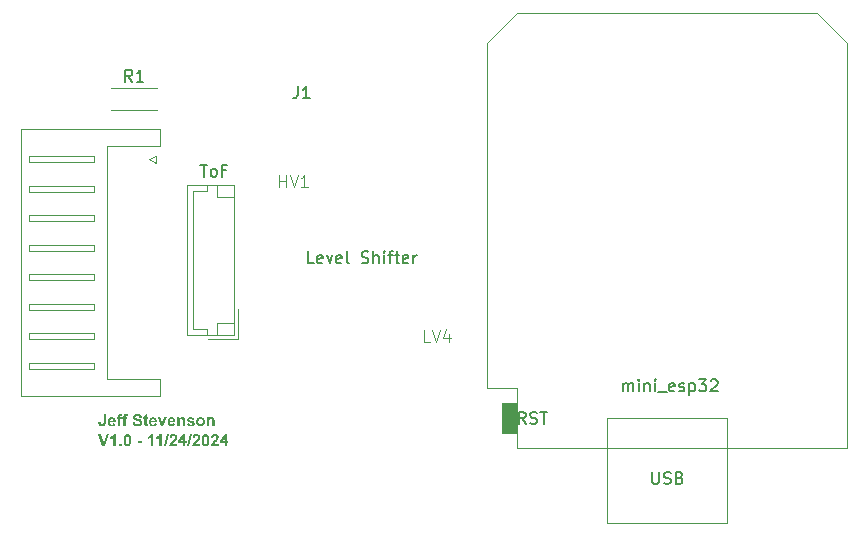
<source format=gbr>
%TF.GenerationSoftware,KiCad,Pcbnew,8.0.6*%
%TF.CreationDate,2024-11-24T10:07:13-07:00*%
%TF.ProjectId,Pellet Stove PCB,50656c6c-6574-4205-9374-6f7665205043,rev?*%
%TF.SameCoordinates,Original*%
%TF.FileFunction,Legend,Top*%
%TF.FilePolarity,Positive*%
%FSLAX46Y46*%
G04 Gerber Fmt 4.6, Leading zero omitted, Abs format (unit mm)*
G04 Created by KiCad (PCBNEW 8.0.6) date 2024-11-24 10:07:13*
%MOMM*%
%LPD*%
G01*
G04 APERTURE LIST*
%ADD10C,0.250000*%
%ADD11C,0.150000*%
%ADD12C,0.100000*%
%ADD13C,0.120000*%
G04 APERTURE END LIST*
D10*
G36*
X99585771Y-124843949D02*
G01*
X99788492Y-124843949D01*
X99788492Y-125486064D01*
X99787440Y-125538408D01*
X99783662Y-125591390D01*
X99776127Y-125642272D01*
X99766510Y-125679748D01*
X99746080Y-125726857D01*
X99718039Y-125768440D01*
X99682385Y-125804497D01*
X99659288Y-125822142D01*
X99611696Y-125847998D01*
X99562840Y-125863878D01*
X99507817Y-125873072D01*
X99454612Y-125875631D01*
X99401071Y-125872703D01*
X99352374Y-125863919D01*
X99301680Y-125846269D01*
X99257579Y-125820649D01*
X99225024Y-125792344D01*
X99193678Y-125752071D01*
X99169953Y-125704341D01*
X99155682Y-125657495D01*
X99147009Y-125605171D01*
X99143935Y-125547369D01*
X99335666Y-125531737D01*
X99340210Y-125583839D01*
X99352338Y-125633286D01*
X99361067Y-125650928D01*
X99396510Y-125686992D01*
X99445136Y-125702860D01*
X99461451Y-125703684D01*
X99510049Y-125697235D01*
X99551822Y-125671589D01*
X99557438Y-125664605D01*
X99575782Y-125618748D01*
X99583529Y-125564547D01*
X99585743Y-125509337D01*
X99585771Y-125501695D01*
X99585771Y-124843949D01*
G37*
G36*
X100327112Y-125112315D02*
G01*
X100381678Y-125122413D01*
X100431417Y-125140084D01*
X100476331Y-125165329D01*
X100516420Y-125198147D01*
X100534654Y-125217397D01*
X100566548Y-125261815D01*
X100591521Y-125314288D01*
X100607045Y-125364169D01*
X100617762Y-125419642D01*
X100623674Y-125480709D01*
X100624943Y-125533589D01*
X100624780Y-125547369D01*
X100141179Y-125547369D01*
X100146574Y-125599070D01*
X100162151Y-125647015D01*
X100187829Y-125685610D01*
X100227773Y-125717554D01*
X100274972Y-125733213D01*
X100299204Y-125734947D01*
X100347781Y-125727112D01*
X100375163Y-125712721D01*
X100408022Y-125674348D01*
X100422058Y-125641158D01*
X100614521Y-125672421D01*
X100593272Y-125719163D01*
X100562944Y-125764668D01*
X100525816Y-125802677D01*
X100497285Y-125823852D01*
X100449172Y-125848882D01*
X100401052Y-125864254D01*
X100347895Y-125873153D01*
X100297250Y-125875631D01*
X100240137Y-125872584D01*
X100187865Y-125863443D01*
X100140436Y-125848207D01*
X100089912Y-125821881D01*
X100046361Y-125786778D01*
X100015394Y-125750823D01*
X99987319Y-125704511D01*
X99966140Y-125653196D01*
X99953474Y-125605231D01*
X99945875Y-125553591D01*
X99943342Y-125498276D01*
X99945656Y-125443269D01*
X99948500Y-125422316D01*
X100144598Y-125422316D01*
X100433049Y-125422316D01*
X100427988Y-125373611D01*
X100411776Y-125325617D01*
X100389818Y-125294333D01*
X100350288Y-125264280D01*
X100300360Y-125250756D01*
X100289434Y-125250369D01*
X100238457Y-125259205D01*
X100195801Y-125285712D01*
X100185143Y-125296531D01*
X100158538Y-125339678D01*
X100146288Y-125389166D01*
X100144598Y-125422316D01*
X99948500Y-125422316D01*
X99952597Y-125392126D01*
X99967034Y-125335854D01*
X99988134Y-125285147D01*
X100015898Y-125240004D01*
X100038108Y-125213000D01*
X100075415Y-125177889D01*
X100116258Y-125150043D01*
X100160640Y-125129461D01*
X100208559Y-125116143D01*
X100260016Y-125110089D01*
X100277955Y-125109685D01*
X100327112Y-125112315D01*
G37*
G36*
X100693900Y-125125317D02*
G01*
X100800879Y-125125317D01*
X100800879Y-125069874D01*
X100802787Y-125016470D01*
X100810114Y-124964537D01*
X100820418Y-124931388D01*
X100848201Y-124889989D01*
X100889220Y-124858941D01*
X100892470Y-124857138D01*
X100939889Y-124838478D01*
X100991747Y-124829697D01*
X101025582Y-124828318D01*
X101076716Y-124830607D01*
X101127229Y-124837477D01*
X101177122Y-124848926D01*
X101187027Y-124851765D01*
X101160893Y-124979993D01*
X101110240Y-124971105D01*
X101072233Y-124969002D01*
X101024308Y-124979853D01*
X101012149Y-124990006D01*
X100995840Y-125036908D01*
X100994075Y-125070362D01*
X100994075Y-125125317D01*
X101138178Y-125125317D01*
X101138178Y-125266001D01*
X100994075Y-125266001D01*
X100994075Y-125860000D01*
X100800879Y-125860000D01*
X100800879Y-125266001D01*
X100693900Y-125266001D01*
X100693900Y-125125317D01*
G37*
G36*
X101159916Y-125125317D02*
G01*
X101266894Y-125125317D01*
X101266894Y-125069874D01*
X101268802Y-125016470D01*
X101276130Y-124964537D01*
X101286434Y-124931388D01*
X101314216Y-124889989D01*
X101355235Y-124858941D01*
X101358485Y-124857138D01*
X101405905Y-124838478D01*
X101457763Y-124829697D01*
X101491598Y-124828318D01*
X101542731Y-124830607D01*
X101593245Y-124837477D01*
X101643138Y-124848926D01*
X101653042Y-124851765D01*
X101626908Y-124979993D01*
X101576255Y-124971105D01*
X101538248Y-124969002D01*
X101490323Y-124979853D01*
X101478164Y-124990006D01*
X101461855Y-125036908D01*
X101460090Y-125070362D01*
X101460090Y-125125317D01*
X101604193Y-125125317D01*
X101604193Y-125266001D01*
X101460090Y-125266001D01*
X101460090Y-125860000D01*
X101266894Y-125860000D01*
X101266894Y-125266001D01*
X101159916Y-125266001D01*
X101159916Y-125125317D01*
G37*
G36*
X102048960Y-125531737D02*
G01*
X102246796Y-125516106D01*
X102259724Y-125566453D01*
X102280885Y-125612879D01*
X102312427Y-125652376D01*
X102319092Y-125658255D01*
X102361208Y-125684119D01*
X102412328Y-125699248D01*
X102466615Y-125703684D01*
X102518019Y-125700458D01*
X102566162Y-125689305D01*
X102611465Y-125665405D01*
X102614626Y-125662896D01*
X102648687Y-125624374D01*
X102664014Y-125577290D01*
X102664452Y-125567152D01*
X102651631Y-125518608D01*
X102643447Y-125507313D01*
X102602519Y-125477670D01*
X102570418Y-125464326D01*
X102521565Y-125449380D01*
X102471743Y-125435722D01*
X102423028Y-125422910D01*
X102407508Y-125418897D01*
X102358825Y-125405404D01*
X102306687Y-125388047D01*
X102261401Y-125369420D01*
X102217228Y-125346082D01*
X102178164Y-125317292D01*
X102142000Y-125278769D01*
X102114718Y-125236716D01*
X102096319Y-125191133D01*
X102086802Y-125142021D01*
X102085352Y-125112372D01*
X102090489Y-125060158D01*
X102105901Y-125010310D01*
X102128827Y-124967048D01*
X102159897Y-124927783D01*
X102198455Y-124894862D01*
X102244504Y-124868287D01*
X102254612Y-124863733D01*
X102303578Y-124846613D01*
X102351579Y-124836099D01*
X102403794Y-124830012D01*
X102452937Y-124828318D01*
X102509877Y-124830399D01*
X102562236Y-124836642D01*
X102610016Y-124847047D01*
X102661307Y-124865028D01*
X102706004Y-124889002D01*
X102738213Y-124913558D01*
X102775848Y-124953574D01*
X102804764Y-124999037D01*
X102824962Y-125049945D01*
X102835335Y-125097916D01*
X102839085Y-125140949D01*
X102635631Y-125140949D01*
X102621698Y-125090654D01*
X102594763Y-125046996D01*
X102579699Y-125033237D01*
X102533858Y-125010697D01*
X102481468Y-125001424D01*
X102450739Y-125000265D01*
X102399200Y-125003747D01*
X102351102Y-125015622D01*
X102312009Y-125035924D01*
X102282319Y-125077003D01*
X102279769Y-125097473D01*
X102296805Y-125144231D01*
X102310055Y-125157313D01*
X102354305Y-125181779D01*
X102401017Y-125198815D01*
X102453184Y-125214197D01*
X102496901Y-125225457D01*
X102549867Y-125239064D01*
X102597388Y-125252774D01*
X102645949Y-125268899D01*
X102692374Y-125287500D01*
X102716475Y-125299218D01*
X102757868Y-125325422D01*
X102796402Y-125360472D01*
X102827606Y-125402044D01*
X102850550Y-125450486D01*
X102863144Y-125500784D01*
X102867749Y-125551152D01*
X102867906Y-125563000D01*
X102863207Y-125616271D01*
X102849111Y-125667395D01*
X102825617Y-125716372D01*
X102819790Y-125725910D01*
X102789576Y-125765546D01*
X102753063Y-125799000D01*
X102710252Y-125826271D01*
X102683747Y-125838750D01*
X102637081Y-125854886D01*
X102585012Y-125866411D01*
X102535018Y-125872714D01*
X102480887Y-125875487D01*
X102464661Y-125875631D01*
X102407139Y-125873490D01*
X102353946Y-125867068D01*
X102305082Y-125856365D01*
X102252159Y-125837869D01*
X102205470Y-125813208D01*
X102171325Y-125787948D01*
X102135842Y-125752150D01*
X102106147Y-125710702D01*
X102082239Y-125663604D01*
X102064118Y-125610857D01*
X102053438Y-125562584D01*
X102048960Y-125531737D01*
G37*
G36*
X103366650Y-125125317D02*
G01*
X103366650Y-125266001D01*
X103234759Y-125266001D01*
X103234759Y-125584982D01*
X103235117Y-125637690D01*
X103236995Y-125687145D01*
X103238422Y-125698066D01*
X103255764Y-125724689D01*
X103288248Y-125734947D01*
X103336503Y-125726174D01*
X103365917Y-125716385D01*
X103382526Y-125850230D01*
X103334103Y-125864692D01*
X103281524Y-125873150D01*
X103230118Y-125875631D01*
X103180415Y-125871113D01*
X103135840Y-125857557D01*
X103092220Y-125830862D01*
X103074291Y-125810907D01*
X103053800Y-125764670D01*
X103047180Y-125733482D01*
X103042601Y-125681153D01*
X103041289Y-125630525D01*
X103041074Y-125593531D01*
X103041074Y-125266001D01*
X102952414Y-125266001D01*
X102952414Y-125125317D01*
X103041074Y-125125317D01*
X103041074Y-124984633D01*
X103234759Y-124875212D01*
X103234759Y-125125317D01*
X103366650Y-125125317D01*
G37*
G36*
X103825647Y-125112315D02*
G01*
X103880212Y-125122413D01*
X103929952Y-125140084D01*
X103974866Y-125165329D01*
X104014954Y-125198147D01*
X104033189Y-125217397D01*
X104065082Y-125261815D01*
X104090055Y-125314288D01*
X104105579Y-125364169D01*
X104116297Y-125419642D01*
X104122209Y-125480709D01*
X104123478Y-125533589D01*
X104123314Y-125547369D01*
X103639713Y-125547369D01*
X103645109Y-125599070D01*
X103660686Y-125647015D01*
X103686364Y-125685610D01*
X103726307Y-125717554D01*
X103773507Y-125733213D01*
X103797739Y-125734947D01*
X103846315Y-125727112D01*
X103873698Y-125712721D01*
X103906556Y-125674348D01*
X103920593Y-125641158D01*
X104113056Y-125672421D01*
X104091807Y-125719163D01*
X104061479Y-125764668D01*
X104024350Y-125802677D01*
X103995819Y-125823852D01*
X103947706Y-125848882D01*
X103899587Y-125864254D01*
X103846429Y-125873153D01*
X103795785Y-125875631D01*
X103738671Y-125872584D01*
X103686400Y-125863443D01*
X103638971Y-125848207D01*
X103588447Y-125821881D01*
X103544895Y-125786778D01*
X103513928Y-125750823D01*
X103485854Y-125704511D01*
X103464674Y-125653196D01*
X103452009Y-125605231D01*
X103444410Y-125553591D01*
X103441877Y-125498276D01*
X103444190Y-125443269D01*
X103447034Y-125422316D01*
X103643133Y-125422316D01*
X103931584Y-125422316D01*
X103926522Y-125373611D01*
X103910311Y-125325617D01*
X103888353Y-125294333D01*
X103848822Y-125264280D01*
X103798895Y-125250756D01*
X103787969Y-125250369D01*
X103736992Y-125259205D01*
X103694336Y-125285712D01*
X103683677Y-125296531D01*
X103657073Y-125339678D01*
X103644822Y-125389166D01*
X103643133Y-125422316D01*
X103447034Y-125422316D01*
X103451131Y-125392126D01*
X103465568Y-125335854D01*
X103486669Y-125285147D01*
X103514432Y-125240004D01*
X103536643Y-125213000D01*
X103573949Y-125177889D01*
X103614793Y-125150043D01*
X103659175Y-125129461D01*
X103707094Y-125116143D01*
X103758551Y-125110089D01*
X103776489Y-125109685D01*
X103825647Y-125112315D01*
G37*
G36*
X104477466Y-125860000D02*
G01*
X104183398Y-125125317D01*
X104386120Y-125125317D01*
X104523384Y-125500230D01*
X104563196Y-125625526D01*
X104578461Y-125578586D01*
X104583224Y-125562512D01*
X104598336Y-125515846D01*
X104603740Y-125500230D01*
X104742470Y-125125317D01*
X104941039Y-125125317D01*
X104651123Y-125860000D01*
X104477466Y-125860000D01*
G37*
G36*
X105382939Y-125112315D02*
G01*
X105437505Y-125122413D01*
X105487244Y-125140084D01*
X105532158Y-125165329D01*
X105572247Y-125198147D01*
X105590481Y-125217397D01*
X105622375Y-125261815D01*
X105647348Y-125314288D01*
X105662872Y-125364169D01*
X105673589Y-125419642D01*
X105679501Y-125480709D01*
X105680770Y-125533589D01*
X105680607Y-125547369D01*
X105197006Y-125547369D01*
X105202401Y-125599070D01*
X105217978Y-125647015D01*
X105243656Y-125685610D01*
X105283600Y-125717554D01*
X105330799Y-125733213D01*
X105355031Y-125734947D01*
X105403608Y-125727112D01*
X105430990Y-125712721D01*
X105463849Y-125674348D01*
X105477885Y-125641158D01*
X105670348Y-125672421D01*
X105649099Y-125719163D01*
X105618771Y-125764668D01*
X105581642Y-125802677D01*
X105553112Y-125823852D01*
X105504999Y-125848882D01*
X105456879Y-125864254D01*
X105403722Y-125873153D01*
X105353077Y-125875631D01*
X105295964Y-125872584D01*
X105243692Y-125863443D01*
X105196263Y-125848207D01*
X105145739Y-125821881D01*
X105102188Y-125786778D01*
X105071221Y-125750823D01*
X105043146Y-125704511D01*
X105021967Y-125653196D01*
X105009301Y-125605231D01*
X105001702Y-125553591D01*
X104999169Y-125498276D01*
X105001483Y-125443269D01*
X105004327Y-125422316D01*
X105200425Y-125422316D01*
X105488876Y-125422316D01*
X105483815Y-125373611D01*
X105467603Y-125325617D01*
X105445645Y-125294333D01*
X105406115Y-125264280D01*
X105356187Y-125250756D01*
X105345261Y-125250369D01*
X105294284Y-125259205D01*
X105251628Y-125285712D01*
X105240969Y-125296531D01*
X105214365Y-125339678D01*
X105202115Y-125389166D01*
X105200425Y-125422316D01*
X105004327Y-125422316D01*
X105008424Y-125392126D01*
X105022861Y-125335854D01*
X105043961Y-125285147D01*
X105071724Y-125240004D01*
X105093935Y-125213000D01*
X105131241Y-125177889D01*
X105172085Y-125150043D01*
X105216467Y-125129461D01*
X105264386Y-125116143D01*
X105315843Y-125110089D01*
X105333782Y-125109685D01*
X105382939Y-125112315D01*
G37*
G36*
X106497599Y-125860000D02*
G01*
X106304647Y-125860000D01*
X106304647Y-125480690D01*
X106303869Y-125425797D01*
X106301132Y-125376741D01*
X106292957Y-125327160D01*
X106292191Y-125324863D01*
X106266560Y-125282156D01*
X106252135Y-125269909D01*
X106206305Y-125251915D01*
X106185212Y-125250369D01*
X106134718Y-125258297D01*
X106095087Y-125278457D01*
X106059818Y-125313280D01*
X106040376Y-125352707D01*
X106030888Y-125403153D01*
X106027153Y-125453237D01*
X106025779Y-125508169D01*
X106025722Y-125523433D01*
X106025722Y-125860000D01*
X105832770Y-125860000D01*
X105832770Y-125125317D01*
X106012044Y-125125317D01*
X106012044Y-125232540D01*
X106049591Y-125190788D01*
X106090606Y-125157675D01*
X106135091Y-125133201D01*
X106183045Y-125117364D01*
X106234467Y-125110165D01*
X106252379Y-125109685D01*
X106302518Y-125113515D01*
X106352367Y-125126204D01*
X106369127Y-125132889D01*
X106413127Y-125157432D01*
X106449239Y-125191995D01*
X106474484Y-125235478D01*
X106486852Y-125273572D01*
X106494566Y-125324856D01*
X106497337Y-125378403D01*
X106497599Y-125403998D01*
X106497599Y-125860000D01*
G37*
G36*
X106620942Y-125656789D02*
G01*
X106814626Y-125625526D01*
X106833372Y-125672787D01*
X106864696Y-125707103D01*
X106910125Y-125727986D01*
X106962298Y-125734838D01*
X106970697Y-125734947D01*
X107021565Y-125731066D01*
X107070562Y-125715299D01*
X107083293Y-125707348D01*
X107108298Y-125663724D01*
X107108695Y-125655812D01*
X107095017Y-125619420D01*
X107047898Y-125598484D01*
X107030293Y-125594019D01*
X106974590Y-125581273D01*
X106924230Y-125568801D01*
X106868794Y-125553598D01*
X106821705Y-125538824D01*
X106769807Y-125518862D01*
X106734270Y-125499741D01*
X106696443Y-125467165D01*
X106666806Y-125423584D01*
X106650848Y-125372661D01*
X106647808Y-125334633D01*
X106653720Y-125283467D01*
X106671456Y-125237132D01*
X106701016Y-125195626D01*
X106722547Y-125174654D01*
X106765182Y-125146230D01*
X106810928Y-125128021D01*
X106864552Y-125116030D01*
X106916785Y-125110701D01*
X106954822Y-125109685D01*
X107008262Y-125111489D01*
X107063772Y-125118150D01*
X107111919Y-125129721D01*
X107157929Y-125148955D01*
X107177327Y-125160976D01*
X107214793Y-125193730D01*
X107245033Y-125234289D01*
X107268047Y-125282654D01*
X107277711Y-125312896D01*
X107095505Y-125344159D01*
X107074179Y-125297703D01*
X107051053Y-125274549D01*
X107005698Y-125254998D01*
X106958241Y-125250369D01*
X106907167Y-125253358D01*
X106857983Y-125266638D01*
X106849064Y-125271618D01*
X106827083Y-125310942D01*
X106846378Y-125345868D01*
X106893742Y-125365790D01*
X106942804Y-125379903D01*
X106998857Y-125393879D01*
X107026629Y-125400334D01*
X107081160Y-125413999D01*
X107129165Y-125428796D01*
X107176923Y-125447493D01*
X107220627Y-125470749D01*
X107242051Y-125486308D01*
X107276398Y-125526587D01*
X107296488Y-125576563D01*
X107302379Y-125630411D01*
X107295752Y-125684675D01*
X107275872Y-125734533D01*
X107247074Y-125775154D01*
X107218604Y-125803335D01*
X107178107Y-125831505D01*
X107129920Y-125852756D01*
X107082496Y-125865464D01*
X107029422Y-125873089D01*
X106970697Y-125875631D01*
X106916925Y-125873562D01*
X106867531Y-125867353D01*
X106815441Y-125854880D01*
X106769311Y-125836773D01*
X106734515Y-125816769D01*
X106694901Y-125784696D01*
X106662768Y-125747342D01*
X106638115Y-125704707D01*
X106620942Y-125656789D01*
G37*
G36*
X107848969Y-125112321D02*
G01*
X107905457Y-125122442D01*
X107957739Y-125140153D01*
X108005813Y-125165455D01*
X108049679Y-125198348D01*
X108070034Y-125217641D01*
X108105975Y-125260133D01*
X108134480Y-125306644D01*
X108155549Y-125357174D01*
X108169182Y-125411722D01*
X108174862Y-125460249D01*
X108175792Y-125490704D01*
X108173180Y-125541223D01*
X108163151Y-125598192D01*
X108145599Y-125651178D01*
X108120526Y-125700179D01*
X108087931Y-125745196D01*
X108068813Y-125766210D01*
X108026847Y-125803396D01*
X107981000Y-125832889D01*
X107931272Y-125854687D01*
X107877663Y-125868792D01*
X107820172Y-125875204D01*
X107800146Y-125875631D01*
X107750534Y-125872792D01*
X107702083Y-125864274D01*
X107654791Y-125850077D01*
X107608660Y-125830202D01*
X107565948Y-125804724D01*
X107524393Y-125769749D01*
X107489715Y-125728088D01*
X107470418Y-125696601D01*
X107449688Y-125650241D01*
X107434881Y-125599087D01*
X107426783Y-125550396D01*
X107423220Y-125498034D01*
X107423156Y-125492658D01*
X107620872Y-125492658D01*
X107624093Y-125547964D01*
X107633756Y-125596400D01*
X107652326Y-125642680D01*
X107672407Y-125672665D01*
X107710666Y-125708125D01*
X107758854Y-125730021D01*
X107799413Y-125734947D01*
X107848414Y-125727588D01*
X107895285Y-125702772D01*
X107925931Y-125672665D01*
X107952979Y-125628077D01*
X107968757Y-125578525D01*
X107975970Y-125526986D01*
X107977222Y-125491193D01*
X107974016Y-125436543D01*
X107964399Y-125388611D01*
X107945917Y-125342715D01*
X107925931Y-125312896D01*
X107887950Y-125277297D01*
X107839934Y-125255315D01*
X107799413Y-125250369D01*
X107750355Y-125257758D01*
X107703289Y-125282670D01*
X107672407Y-125312896D01*
X107645230Y-125357212D01*
X107629377Y-125406315D01*
X107622130Y-125457293D01*
X107620872Y-125492658D01*
X107423156Y-125492658D01*
X107423035Y-125482400D01*
X107426783Y-125428497D01*
X107438027Y-125375599D01*
X107454315Y-125329422D01*
X107470418Y-125295310D01*
X107496583Y-125252797D01*
X107531930Y-125211355D01*
X107573536Y-125176676D01*
X107604752Y-125157313D01*
X107649479Y-125136476D01*
X107696709Y-125121592D01*
X107746443Y-125112662D01*
X107798681Y-125109685D01*
X107848969Y-125112321D01*
G37*
G36*
X108985945Y-125860000D02*
G01*
X108792993Y-125860000D01*
X108792993Y-125480690D01*
X108792215Y-125425797D01*
X108789478Y-125376741D01*
X108781303Y-125327160D01*
X108780537Y-125324863D01*
X108754907Y-125282156D01*
X108740481Y-125269909D01*
X108694652Y-125251915D01*
X108673558Y-125250369D01*
X108623064Y-125258297D01*
X108583433Y-125278457D01*
X108548164Y-125313280D01*
X108528722Y-125352707D01*
X108519234Y-125403153D01*
X108515499Y-125453237D01*
X108514125Y-125508169D01*
X108514068Y-125523433D01*
X108514068Y-125860000D01*
X108321116Y-125860000D01*
X108321116Y-125125317D01*
X108500390Y-125125317D01*
X108500390Y-125232540D01*
X108537937Y-125190788D01*
X108578953Y-125157675D01*
X108623437Y-125133201D01*
X108671391Y-125117364D01*
X108722813Y-125110165D01*
X108740725Y-125109685D01*
X108790864Y-125113515D01*
X108840713Y-125126204D01*
X108857473Y-125132889D01*
X108901473Y-125157432D01*
X108937585Y-125191995D01*
X108962830Y-125235478D01*
X108975198Y-125273572D01*
X108982912Y-125324856D01*
X108985683Y-125378403D01*
X108985945Y-125403998D01*
X108985945Y-125860000D01*
G37*
G36*
X99479281Y-127540000D02*
G01*
X99119267Y-126523949D01*
X99339818Y-126523949D01*
X99594563Y-127274263D01*
X99841249Y-126523949D01*
X100056915Y-126523949D01*
X99696413Y-127540000D01*
X99479281Y-127540000D01*
G37*
G36*
X100606706Y-127540000D02*
G01*
X100413754Y-127540000D01*
X100413754Y-126804829D01*
X100372764Y-126842638D01*
X100329112Y-126876567D01*
X100282799Y-126906615D01*
X100233823Y-126932781D01*
X100182186Y-126955067D01*
X100164382Y-126961632D01*
X100164382Y-126774054D01*
X100212839Y-126754696D01*
X100258653Y-126730013D01*
X100301129Y-126702299D01*
X100328513Y-126682219D01*
X100369363Y-126646864D01*
X100403251Y-126608702D01*
X100430179Y-126567730D01*
X100450146Y-126523949D01*
X100606706Y-126523949D01*
X100606706Y-127540000D01*
G37*
G36*
X100932526Y-127540000D02*
G01*
X100932526Y-127352421D01*
X101125722Y-127352421D01*
X101125722Y-127540000D01*
X100932526Y-127540000D01*
G37*
G36*
X101659175Y-126527633D02*
G01*
X101707249Y-126538684D01*
X101757692Y-126560888D01*
X101802057Y-126593121D01*
X101835247Y-126628729D01*
X101863533Y-126671486D01*
X101887025Y-126722210D01*
X101905722Y-126780899D01*
X101917228Y-126833587D01*
X101925666Y-126891374D01*
X101931036Y-126954258D01*
X101933049Y-127004768D01*
X101933433Y-127040034D01*
X101932563Y-127092382D01*
X101929955Y-127141895D01*
X101923773Y-127203505D01*
X101914499Y-127260078D01*
X101902134Y-127311613D01*
X101886678Y-127358111D01*
X101863011Y-127409149D01*
X101834515Y-127452316D01*
X101795644Y-127492573D01*
X101750626Y-127522942D01*
X101699460Y-127543423D01*
X101650711Y-127553109D01*
X101606636Y-127555631D01*
X101553499Y-127551647D01*
X101504363Y-127539694D01*
X101459229Y-127519773D01*
X101418096Y-127491884D01*
X101380964Y-127456026D01*
X101369476Y-127442302D01*
X101338931Y-127393562D01*
X101318303Y-127343407D01*
X101302065Y-127284583D01*
X101292234Y-127231280D01*
X101285212Y-127172429D01*
X101280999Y-127108029D01*
X101279683Y-127056088D01*
X101279605Y-127040034D01*
X101481584Y-127040034D01*
X101482019Y-127091214D01*
X101483690Y-127145688D01*
X101487225Y-127199669D01*
X101493354Y-127248739D01*
X101499413Y-127276706D01*
X101516791Y-127324731D01*
X101544354Y-127362435D01*
X101589646Y-127382356D01*
X101606636Y-127383684D01*
X101654904Y-127371457D01*
X101669162Y-127361946D01*
X101698700Y-127321417D01*
X101711660Y-127284277D01*
X101721342Y-127235827D01*
X101726681Y-127187191D01*
X101729732Y-127137875D01*
X101731375Y-127081518D01*
X101731688Y-127040034D01*
X101731253Y-126988931D01*
X101729581Y-126934548D01*
X101726047Y-126880675D01*
X101719918Y-126831727D01*
X101713859Y-126803852D01*
X101696434Y-126755613D01*
X101668674Y-126717634D01*
X101623611Y-126697255D01*
X101606636Y-126695896D01*
X101558367Y-126708124D01*
X101544110Y-126717634D01*
X101514572Y-126758163D01*
X101501612Y-126795303D01*
X101491930Y-126844088D01*
X101486591Y-126892878D01*
X101483539Y-126942251D01*
X101481897Y-126998597D01*
X101481584Y-127040034D01*
X101279605Y-127040034D01*
X101279595Y-127038080D01*
X101280464Y-126985995D01*
X101283072Y-126936718D01*
X101289255Y-126875382D01*
X101298528Y-126819039D01*
X101310893Y-126767686D01*
X101326349Y-126721326D01*
X101350016Y-126670395D01*
X101378513Y-126627264D01*
X101417395Y-126587008D01*
X101462449Y-126556639D01*
X101513673Y-126536157D01*
X101562491Y-126526472D01*
X101606636Y-126523949D01*
X101659175Y-126527633D01*
G37*
G36*
X102467103Y-127274263D02*
G01*
X102467103Y-127102316D01*
X102846168Y-127102316D01*
X102846168Y-127274263D01*
X102467103Y-127274263D01*
G37*
G36*
X103796517Y-127540000D02*
G01*
X103603565Y-127540000D01*
X103603565Y-126804829D01*
X103562576Y-126842638D01*
X103518924Y-126876567D01*
X103472610Y-126906615D01*
X103423635Y-126932781D01*
X103371997Y-126955067D01*
X103354193Y-126961632D01*
X103354193Y-126774054D01*
X103402651Y-126754696D01*
X103448465Y-126730013D01*
X103490940Y-126702299D01*
X103518325Y-126682219D01*
X103559174Y-126646864D01*
X103593063Y-126608702D01*
X103619991Y-126567730D01*
X103639958Y-126523949D01*
X103796517Y-126523949D01*
X103796517Y-127540000D01*
G37*
G36*
X104497983Y-127540000D02*
G01*
X104305031Y-127540000D01*
X104305031Y-126804829D01*
X104264041Y-126842638D01*
X104220389Y-126876567D01*
X104174076Y-126906615D01*
X104125100Y-126932781D01*
X104073463Y-126955067D01*
X104055659Y-126961632D01*
X104055659Y-126774054D01*
X104104116Y-126754696D01*
X104149930Y-126730013D01*
X104192406Y-126702299D01*
X104219790Y-126682219D01*
X104260640Y-126646864D01*
X104294528Y-126608702D01*
X104321456Y-126567730D01*
X104341423Y-126523949D01*
X104497983Y-126523949D01*
X104497983Y-127540000D01*
G37*
G36*
X104720976Y-127540000D02*
G01*
X104970348Y-126523949D01*
X105115184Y-126523949D01*
X104863126Y-127540000D01*
X104720976Y-127540000D01*
G37*
G36*
X105823489Y-127352421D02*
G01*
X105823489Y-127540000D01*
X105146692Y-127540000D01*
X105154935Y-127490235D01*
X105168674Y-127441814D01*
X105187908Y-127394736D01*
X105212637Y-127349002D01*
X105241811Y-127306648D01*
X105274984Y-127265861D01*
X105308387Y-127228711D01*
X105347026Y-127188686D01*
X105390900Y-127145788D01*
X105429769Y-127109399D01*
X105468135Y-127073597D01*
X105507656Y-127035655D01*
X105544779Y-126998314D01*
X105578288Y-126961260D01*
X105589993Y-126946001D01*
X105614253Y-126901694D01*
X105627899Y-126854159D01*
X105629804Y-126828764D01*
X105623166Y-126778428D01*
X105599321Y-126734755D01*
X105595122Y-126730334D01*
X105550827Y-126703463D01*
X105499378Y-126695896D01*
X105448066Y-126703839D01*
X105405400Y-126729820D01*
X105403147Y-126732044D01*
X105376317Y-126776452D01*
X105364359Y-126827124D01*
X105361870Y-126852212D01*
X105169406Y-126833161D01*
X105176544Y-126783772D01*
X105189848Y-126730535D01*
X105208320Y-126683875D01*
X105236405Y-126637751D01*
X105271526Y-126600580D01*
X105277117Y-126596001D01*
X105319030Y-126567926D01*
X105365267Y-126546747D01*
X105415829Y-126532463D01*
X105470714Y-126525075D01*
X105504019Y-126523949D01*
X105557648Y-126526766D01*
X105606796Y-126535215D01*
X105658469Y-126552192D01*
X105704042Y-126576835D01*
X105738248Y-126604061D01*
X105771462Y-126640885D01*
X105799431Y-126687577D01*
X105816746Y-126739185D01*
X105823156Y-126788374D01*
X105823489Y-126803119D01*
X105820054Y-126852967D01*
X105809750Y-126901030D01*
X105799064Y-126932079D01*
X105776762Y-126978733D01*
X105749318Y-127023008D01*
X105721884Y-127060307D01*
X105687606Y-127099141D01*
X105651529Y-127135480D01*
X105612000Y-127172971D01*
X105595366Y-127188290D01*
X105558604Y-127222063D01*
X105520750Y-127257655D01*
X105484762Y-127293512D01*
X105479595Y-127299176D01*
X105449280Y-127337742D01*
X105440027Y-127352421D01*
X105823489Y-127352421D01*
G37*
G36*
X106515429Y-127164842D02*
G01*
X106640481Y-127164842D01*
X106640481Y-127336789D01*
X106515429Y-127336789D01*
X106515429Y-127540000D01*
X106328583Y-127540000D01*
X106328583Y-127336789D01*
X105916545Y-127336789D01*
X105916545Y-127165575D01*
X105917057Y-127164842D01*
X106097285Y-127164842D01*
X106328583Y-127164842D01*
X106328583Y-126833649D01*
X106097285Y-127164842D01*
X105917057Y-127164842D01*
X106353496Y-126539581D01*
X106515429Y-126539581D01*
X106515429Y-127164842D01*
G37*
G36*
X106667103Y-127540000D02*
G01*
X106916475Y-126523949D01*
X107061311Y-126523949D01*
X106809253Y-127540000D01*
X106667103Y-127540000D01*
G37*
G36*
X107769616Y-127352421D02*
G01*
X107769616Y-127540000D01*
X107092819Y-127540000D01*
X107101062Y-127490235D01*
X107114801Y-127441814D01*
X107134035Y-127394736D01*
X107158764Y-127349002D01*
X107187938Y-127306648D01*
X107221111Y-127265861D01*
X107254514Y-127228711D01*
X107293153Y-127188686D01*
X107337027Y-127145788D01*
X107375896Y-127109399D01*
X107414262Y-127073597D01*
X107453783Y-127035655D01*
X107490906Y-126998314D01*
X107524415Y-126961260D01*
X107536120Y-126946001D01*
X107560380Y-126901694D01*
X107574026Y-126854159D01*
X107575931Y-126828764D01*
X107569293Y-126778428D01*
X107545448Y-126734755D01*
X107541249Y-126730334D01*
X107496954Y-126703463D01*
X107445505Y-126695896D01*
X107394193Y-126703839D01*
X107351527Y-126729820D01*
X107349274Y-126732044D01*
X107322444Y-126776452D01*
X107310486Y-126827124D01*
X107307997Y-126852212D01*
X107115533Y-126833161D01*
X107122671Y-126783772D01*
X107135975Y-126730535D01*
X107154447Y-126683875D01*
X107182532Y-126637751D01*
X107217653Y-126600580D01*
X107223244Y-126596001D01*
X107265157Y-126567926D01*
X107311394Y-126546747D01*
X107361956Y-126532463D01*
X107416841Y-126525075D01*
X107450146Y-126523949D01*
X107503775Y-126526766D01*
X107552923Y-126535215D01*
X107604596Y-126552192D01*
X107650169Y-126576835D01*
X107684375Y-126604061D01*
X107717589Y-126640885D01*
X107745558Y-126687577D01*
X107762873Y-126739185D01*
X107769283Y-126788374D01*
X107769616Y-126803119D01*
X107766181Y-126852967D01*
X107755877Y-126901030D01*
X107745191Y-126932079D01*
X107722889Y-126978733D01*
X107695445Y-127023008D01*
X107668011Y-127060307D01*
X107633733Y-127099141D01*
X107597656Y-127135480D01*
X107558127Y-127172971D01*
X107541493Y-127188290D01*
X107504731Y-127222063D01*
X107466877Y-127257655D01*
X107430890Y-127293512D01*
X107425722Y-127299176D01*
X107395407Y-127337742D01*
X107386154Y-127352421D01*
X107769616Y-127352421D01*
G37*
G36*
X108275225Y-126527633D02*
G01*
X108323299Y-126538684D01*
X108373742Y-126560888D01*
X108418107Y-126593121D01*
X108451297Y-126628729D01*
X108479583Y-126671486D01*
X108503075Y-126722210D01*
X108521773Y-126780899D01*
X108533279Y-126833587D01*
X108541716Y-126891374D01*
X108547086Y-126954258D01*
X108549100Y-127004768D01*
X108549483Y-127040034D01*
X108548614Y-127092382D01*
X108546006Y-127141895D01*
X108539823Y-127203505D01*
X108530550Y-127260078D01*
X108518185Y-127311613D01*
X108502729Y-127358111D01*
X108479062Y-127409149D01*
X108450565Y-127452316D01*
X108411694Y-127492573D01*
X108366676Y-127522942D01*
X108315510Y-127543423D01*
X108266761Y-127553109D01*
X108222686Y-127555631D01*
X108169549Y-127551647D01*
X108120413Y-127539694D01*
X108075279Y-127519773D01*
X108034146Y-127491884D01*
X107997014Y-127456026D01*
X107985526Y-127442302D01*
X107954981Y-127393562D01*
X107934354Y-127343407D01*
X107918115Y-127284583D01*
X107908285Y-127231280D01*
X107901263Y-127172429D01*
X107897049Y-127108029D01*
X107895733Y-127056088D01*
X107895655Y-127040034D01*
X108097634Y-127040034D01*
X108098069Y-127091214D01*
X108099741Y-127145688D01*
X108103275Y-127199669D01*
X108109404Y-127248739D01*
X108115464Y-127276706D01*
X108132841Y-127324731D01*
X108160404Y-127362435D01*
X108205696Y-127382356D01*
X108222686Y-127383684D01*
X108270955Y-127371457D01*
X108285212Y-127361946D01*
X108314750Y-127321417D01*
X108327711Y-127284277D01*
X108337392Y-127235827D01*
X108342732Y-127187191D01*
X108345783Y-127137875D01*
X108347426Y-127081518D01*
X108347739Y-127040034D01*
X108347303Y-126988931D01*
X108345632Y-126934548D01*
X108342097Y-126880675D01*
X108335968Y-126831727D01*
X108329909Y-126803852D01*
X108312485Y-126755613D01*
X108284724Y-126717634D01*
X108239661Y-126697255D01*
X108222686Y-126695896D01*
X108174418Y-126708124D01*
X108160160Y-126717634D01*
X108130622Y-126758163D01*
X108117662Y-126795303D01*
X108107980Y-126844088D01*
X108102641Y-126892878D01*
X108099590Y-126942251D01*
X108097947Y-126998597D01*
X108097634Y-127040034D01*
X107895655Y-127040034D01*
X107895645Y-127038080D01*
X107896514Y-126985995D01*
X107899123Y-126936718D01*
X107905305Y-126875382D01*
X107914579Y-126819039D01*
X107926943Y-126767686D01*
X107942399Y-126721326D01*
X107966066Y-126670395D01*
X107994563Y-126627264D01*
X108033446Y-126587008D01*
X108078499Y-126556639D01*
X108129723Y-126536157D01*
X108178541Y-126526472D01*
X108222686Y-126523949D01*
X108275225Y-126527633D01*
G37*
G36*
X109326908Y-127352421D02*
G01*
X109326908Y-127540000D01*
X108650111Y-127540000D01*
X108658354Y-127490235D01*
X108672093Y-127441814D01*
X108691327Y-127394736D01*
X108716057Y-127349002D01*
X108745230Y-127306648D01*
X108778403Y-127265861D01*
X108811807Y-127228711D01*
X108850445Y-127188686D01*
X108894320Y-127145788D01*
X108933189Y-127109399D01*
X108971554Y-127073597D01*
X109011076Y-127035655D01*
X109048198Y-126998314D01*
X109081708Y-126961260D01*
X109093412Y-126946001D01*
X109117672Y-126901694D01*
X109131318Y-126854159D01*
X109133224Y-126828764D01*
X109126585Y-126778428D01*
X109102741Y-126734755D01*
X109098541Y-126730334D01*
X109054246Y-126703463D01*
X109002798Y-126695896D01*
X108951485Y-126703839D01*
X108908819Y-126729820D01*
X108906566Y-126732044D01*
X108879736Y-126776452D01*
X108867778Y-126827124D01*
X108865289Y-126852212D01*
X108672826Y-126833161D01*
X108679963Y-126783772D01*
X108693267Y-126730535D01*
X108711740Y-126683875D01*
X108739825Y-126637751D01*
X108774945Y-126600580D01*
X108780537Y-126596001D01*
X108822450Y-126567926D01*
X108868687Y-126546747D01*
X108919248Y-126532463D01*
X108974134Y-126525075D01*
X109007438Y-126523949D01*
X109061068Y-126526766D01*
X109110215Y-126535215D01*
X109161888Y-126552192D01*
X109207461Y-126576835D01*
X109241667Y-126604061D01*
X109274881Y-126640885D01*
X109302851Y-126687577D01*
X109320165Y-126739185D01*
X109326575Y-126788374D01*
X109326908Y-126803119D01*
X109323473Y-126852967D01*
X109313169Y-126901030D01*
X109302484Y-126932079D01*
X109280181Y-126978733D01*
X109252737Y-127023008D01*
X109225303Y-127060307D01*
X109191025Y-127099141D01*
X109154948Y-127135480D01*
X109115419Y-127172971D01*
X109098785Y-127188290D01*
X109062023Y-127222063D01*
X109024169Y-127257655D01*
X108988182Y-127293512D01*
X108983014Y-127299176D01*
X108952699Y-127337742D01*
X108943447Y-127352421D01*
X109326908Y-127352421D01*
G37*
G36*
X110018848Y-127164842D02*
G01*
X110143900Y-127164842D01*
X110143900Y-127336789D01*
X110018848Y-127336789D01*
X110018848Y-127540000D01*
X109832002Y-127540000D01*
X109832002Y-127336789D01*
X109419965Y-127336789D01*
X109419965Y-127165575D01*
X109420477Y-127164842D01*
X109600704Y-127164842D01*
X109832002Y-127164842D01*
X109832002Y-126833649D01*
X109600704Y-127164842D01*
X109420477Y-127164842D01*
X109856915Y-126539581D01*
X110018848Y-126539581D01*
X110018848Y-127164842D01*
G37*
D11*
X117392969Y-112079819D02*
X116916779Y-112079819D01*
X116916779Y-112079819D02*
X116916779Y-111079819D01*
X118107255Y-112032200D02*
X118012017Y-112079819D01*
X118012017Y-112079819D02*
X117821541Y-112079819D01*
X117821541Y-112079819D02*
X117726303Y-112032200D01*
X117726303Y-112032200D02*
X117678684Y-111936961D01*
X117678684Y-111936961D02*
X117678684Y-111556009D01*
X117678684Y-111556009D02*
X117726303Y-111460771D01*
X117726303Y-111460771D02*
X117821541Y-111413152D01*
X117821541Y-111413152D02*
X118012017Y-111413152D01*
X118012017Y-111413152D02*
X118107255Y-111460771D01*
X118107255Y-111460771D02*
X118154874Y-111556009D01*
X118154874Y-111556009D02*
X118154874Y-111651247D01*
X118154874Y-111651247D02*
X117678684Y-111746485D01*
X118488208Y-111413152D02*
X118726303Y-112079819D01*
X118726303Y-112079819D02*
X118964398Y-111413152D01*
X119726303Y-112032200D02*
X119631065Y-112079819D01*
X119631065Y-112079819D02*
X119440589Y-112079819D01*
X119440589Y-112079819D02*
X119345351Y-112032200D01*
X119345351Y-112032200D02*
X119297732Y-111936961D01*
X119297732Y-111936961D02*
X119297732Y-111556009D01*
X119297732Y-111556009D02*
X119345351Y-111460771D01*
X119345351Y-111460771D02*
X119440589Y-111413152D01*
X119440589Y-111413152D02*
X119631065Y-111413152D01*
X119631065Y-111413152D02*
X119726303Y-111460771D01*
X119726303Y-111460771D02*
X119773922Y-111556009D01*
X119773922Y-111556009D02*
X119773922Y-111651247D01*
X119773922Y-111651247D02*
X119297732Y-111746485D01*
X120345351Y-112079819D02*
X120250113Y-112032200D01*
X120250113Y-112032200D02*
X120202494Y-111936961D01*
X120202494Y-111936961D02*
X120202494Y-111079819D01*
X121440590Y-112032200D02*
X121583447Y-112079819D01*
X121583447Y-112079819D02*
X121821542Y-112079819D01*
X121821542Y-112079819D02*
X121916780Y-112032200D01*
X121916780Y-112032200D02*
X121964399Y-111984580D01*
X121964399Y-111984580D02*
X122012018Y-111889342D01*
X122012018Y-111889342D02*
X122012018Y-111794104D01*
X122012018Y-111794104D02*
X121964399Y-111698866D01*
X121964399Y-111698866D02*
X121916780Y-111651247D01*
X121916780Y-111651247D02*
X121821542Y-111603628D01*
X121821542Y-111603628D02*
X121631066Y-111556009D01*
X121631066Y-111556009D02*
X121535828Y-111508390D01*
X121535828Y-111508390D02*
X121488209Y-111460771D01*
X121488209Y-111460771D02*
X121440590Y-111365533D01*
X121440590Y-111365533D02*
X121440590Y-111270295D01*
X121440590Y-111270295D02*
X121488209Y-111175057D01*
X121488209Y-111175057D02*
X121535828Y-111127438D01*
X121535828Y-111127438D02*
X121631066Y-111079819D01*
X121631066Y-111079819D02*
X121869161Y-111079819D01*
X121869161Y-111079819D02*
X122012018Y-111127438D01*
X122440590Y-112079819D02*
X122440590Y-111079819D01*
X122869161Y-112079819D02*
X122869161Y-111556009D01*
X122869161Y-111556009D02*
X122821542Y-111460771D01*
X122821542Y-111460771D02*
X122726304Y-111413152D01*
X122726304Y-111413152D02*
X122583447Y-111413152D01*
X122583447Y-111413152D02*
X122488209Y-111460771D01*
X122488209Y-111460771D02*
X122440590Y-111508390D01*
X123345352Y-112079819D02*
X123345352Y-111413152D01*
X123345352Y-111079819D02*
X123297733Y-111127438D01*
X123297733Y-111127438D02*
X123345352Y-111175057D01*
X123345352Y-111175057D02*
X123392971Y-111127438D01*
X123392971Y-111127438D02*
X123345352Y-111079819D01*
X123345352Y-111079819D02*
X123345352Y-111175057D01*
X123678685Y-111413152D02*
X124059637Y-111413152D01*
X123821542Y-112079819D02*
X123821542Y-111222676D01*
X123821542Y-111222676D02*
X123869161Y-111127438D01*
X123869161Y-111127438D02*
X123964399Y-111079819D01*
X123964399Y-111079819D02*
X124059637Y-111079819D01*
X124250114Y-111413152D02*
X124631066Y-111413152D01*
X124392971Y-111079819D02*
X124392971Y-111936961D01*
X124392971Y-111936961D02*
X124440590Y-112032200D01*
X124440590Y-112032200D02*
X124535828Y-112079819D01*
X124535828Y-112079819D02*
X124631066Y-112079819D01*
X125345352Y-112032200D02*
X125250114Y-112079819D01*
X125250114Y-112079819D02*
X125059638Y-112079819D01*
X125059638Y-112079819D02*
X124964400Y-112032200D01*
X124964400Y-112032200D02*
X124916781Y-111936961D01*
X124916781Y-111936961D02*
X124916781Y-111556009D01*
X124916781Y-111556009D02*
X124964400Y-111460771D01*
X124964400Y-111460771D02*
X125059638Y-111413152D01*
X125059638Y-111413152D02*
X125250114Y-111413152D01*
X125250114Y-111413152D02*
X125345352Y-111460771D01*
X125345352Y-111460771D02*
X125392971Y-111556009D01*
X125392971Y-111556009D02*
X125392971Y-111651247D01*
X125392971Y-111651247D02*
X124916781Y-111746485D01*
X125821543Y-112079819D02*
X125821543Y-111413152D01*
X125821543Y-111603628D02*
X125869162Y-111508390D01*
X125869162Y-111508390D02*
X125916781Y-111460771D01*
X125916781Y-111460771D02*
X126012019Y-111413152D01*
X126012019Y-111413152D02*
X126107257Y-111413152D01*
X116026666Y-97094819D02*
X116026666Y-97809104D01*
X116026666Y-97809104D02*
X115979047Y-97951961D01*
X115979047Y-97951961D02*
X115883809Y-98047200D01*
X115883809Y-98047200D02*
X115740952Y-98094819D01*
X115740952Y-98094819D02*
X115645714Y-98094819D01*
X117026666Y-98094819D02*
X116455238Y-98094819D01*
X116740952Y-98094819D02*
X116740952Y-97094819D01*
X116740952Y-97094819D02*
X116645714Y-97237676D01*
X116645714Y-97237676D02*
X116550476Y-97332914D01*
X116550476Y-97332914D02*
X116455238Y-97380533D01*
X107793333Y-103744819D02*
X108364761Y-103744819D01*
X108079047Y-104744819D02*
X108079047Y-103744819D01*
X108840952Y-104744819D02*
X108745714Y-104697200D01*
X108745714Y-104697200D02*
X108698095Y-104649580D01*
X108698095Y-104649580D02*
X108650476Y-104554342D01*
X108650476Y-104554342D02*
X108650476Y-104268628D01*
X108650476Y-104268628D02*
X108698095Y-104173390D01*
X108698095Y-104173390D02*
X108745714Y-104125771D01*
X108745714Y-104125771D02*
X108840952Y-104078152D01*
X108840952Y-104078152D02*
X108983809Y-104078152D01*
X108983809Y-104078152D02*
X109079047Y-104125771D01*
X109079047Y-104125771D02*
X109126666Y-104173390D01*
X109126666Y-104173390D02*
X109174285Y-104268628D01*
X109174285Y-104268628D02*
X109174285Y-104554342D01*
X109174285Y-104554342D02*
X109126666Y-104649580D01*
X109126666Y-104649580D02*
X109079047Y-104697200D01*
X109079047Y-104697200D02*
X108983809Y-104744819D01*
X108983809Y-104744819D02*
X108840952Y-104744819D01*
X109936190Y-104221009D02*
X109602857Y-104221009D01*
X109602857Y-104744819D02*
X109602857Y-103744819D01*
X109602857Y-103744819D02*
X110079047Y-103744819D01*
X143573810Y-122914819D02*
X143573810Y-122248152D01*
X143573810Y-122343390D02*
X143621429Y-122295771D01*
X143621429Y-122295771D02*
X143716667Y-122248152D01*
X143716667Y-122248152D02*
X143859524Y-122248152D01*
X143859524Y-122248152D02*
X143954762Y-122295771D01*
X143954762Y-122295771D02*
X144002381Y-122391009D01*
X144002381Y-122391009D02*
X144002381Y-122914819D01*
X144002381Y-122391009D02*
X144050000Y-122295771D01*
X144050000Y-122295771D02*
X144145238Y-122248152D01*
X144145238Y-122248152D02*
X144288095Y-122248152D01*
X144288095Y-122248152D02*
X144383334Y-122295771D01*
X144383334Y-122295771D02*
X144430953Y-122391009D01*
X144430953Y-122391009D02*
X144430953Y-122914819D01*
X144907143Y-122914819D02*
X144907143Y-122248152D01*
X144907143Y-121914819D02*
X144859524Y-121962438D01*
X144859524Y-121962438D02*
X144907143Y-122010057D01*
X144907143Y-122010057D02*
X144954762Y-121962438D01*
X144954762Y-121962438D02*
X144907143Y-121914819D01*
X144907143Y-121914819D02*
X144907143Y-122010057D01*
X145383333Y-122248152D02*
X145383333Y-122914819D01*
X145383333Y-122343390D02*
X145430952Y-122295771D01*
X145430952Y-122295771D02*
X145526190Y-122248152D01*
X145526190Y-122248152D02*
X145669047Y-122248152D01*
X145669047Y-122248152D02*
X145764285Y-122295771D01*
X145764285Y-122295771D02*
X145811904Y-122391009D01*
X145811904Y-122391009D02*
X145811904Y-122914819D01*
X146288095Y-122914819D02*
X146288095Y-122248152D01*
X146288095Y-121914819D02*
X146240476Y-121962438D01*
X146240476Y-121962438D02*
X146288095Y-122010057D01*
X146288095Y-122010057D02*
X146335714Y-121962438D01*
X146335714Y-121962438D02*
X146288095Y-121914819D01*
X146288095Y-121914819D02*
X146288095Y-122010057D01*
X146526190Y-123010057D02*
X147288094Y-123010057D01*
X147907142Y-122867200D02*
X147811904Y-122914819D01*
X147811904Y-122914819D02*
X147621428Y-122914819D01*
X147621428Y-122914819D02*
X147526190Y-122867200D01*
X147526190Y-122867200D02*
X147478571Y-122771961D01*
X147478571Y-122771961D02*
X147478571Y-122391009D01*
X147478571Y-122391009D02*
X147526190Y-122295771D01*
X147526190Y-122295771D02*
X147621428Y-122248152D01*
X147621428Y-122248152D02*
X147811904Y-122248152D01*
X147811904Y-122248152D02*
X147907142Y-122295771D01*
X147907142Y-122295771D02*
X147954761Y-122391009D01*
X147954761Y-122391009D02*
X147954761Y-122486247D01*
X147954761Y-122486247D02*
X147478571Y-122581485D01*
X148335714Y-122867200D02*
X148430952Y-122914819D01*
X148430952Y-122914819D02*
X148621428Y-122914819D01*
X148621428Y-122914819D02*
X148716666Y-122867200D01*
X148716666Y-122867200D02*
X148764285Y-122771961D01*
X148764285Y-122771961D02*
X148764285Y-122724342D01*
X148764285Y-122724342D02*
X148716666Y-122629104D01*
X148716666Y-122629104D02*
X148621428Y-122581485D01*
X148621428Y-122581485D02*
X148478571Y-122581485D01*
X148478571Y-122581485D02*
X148383333Y-122533866D01*
X148383333Y-122533866D02*
X148335714Y-122438628D01*
X148335714Y-122438628D02*
X148335714Y-122391009D01*
X148335714Y-122391009D02*
X148383333Y-122295771D01*
X148383333Y-122295771D02*
X148478571Y-122248152D01*
X148478571Y-122248152D02*
X148621428Y-122248152D01*
X148621428Y-122248152D02*
X148716666Y-122295771D01*
X149192857Y-122248152D02*
X149192857Y-123248152D01*
X149192857Y-122295771D02*
X149288095Y-122248152D01*
X149288095Y-122248152D02*
X149478571Y-122248152D01*
X149478571Y-122248152D02*
X149573809Y-122295771D01*
X149573809Y-122295771D02*
X149621428Y-122343390D01*
X149621428Y-122343390D02*
X149669047Y-122438628D01*
X149669047Y-122438628D02*
X149669047Y-122724342D01*
X149669047Y-122724342D02*
X149621428Y-122819580D01*
X149621428Y-122819580D02*
X149573809Y-122867200D01*
X149573809Y-122867200D02*
X149478571Y-122914819D01*
X149478571Y-122914819D02*
X149288095Y-122914819D01*
X149288095Y-122914819D02*
X149192857Y-122867200D01*
X150002381Y-121914819D02*
X150621428Y-121914819D01*
X150621428Y-121914819D02*
X150288095Y-122295771D01*
X150288095Y-122295771D02*
X150430952Y-122295771D01*
X150430952Y-122295771D02*
X150526190Y-122343390D01*
X150526190Y-122343390D02*
X150573809Y-122391009D01*
X150573809Y-122391009D02*
X150621428Y-122486247D01*
X150621428Y-122486247D02*
X150621428Y-122724342D01*
X150621428Y-122724342D02*
X150573809Y-122819580D01*
X150573809Y-122819580D02*
X150526190Y-122867200D01*
X150526190Y-122867200D02*
X150430952Y-122914819D01*
X150430952Y-122914819D02*
X150145238Y-122914819D01*
X150145238Y-122914819D02*
X150050000Y-122867200D01*
X150050000Y-122867200D02*
X150002381Y-122819580D01*
X151002381Y-122010057D02*
X151050000Y-121962438D01*
X151050000Y-121962438D02*
X151145238Y-121914819D01*
X151145238Y-121914819D02*
X151383333Y-121914819D01*
X151383333Y-121914819D02*
X151478571Y-121962438D01*
X151478571Y-121962438D02*
X151526190Y-122010057D01*
X151526190Y-122010057D02*
X151573809Y-122105295D01*
X151573809Y-122105295D02*
X151573809Y-122200533D01*
X151573809Y-122200533D02*
X151526190Y-122343390D01*
X151526190Y-122343390D02*
X150954762Y-122914819D01*
X150954762Y-122914819D02*
X151573809Y-122914819D01*
X146028095Y-129754819D02*
X146028095Y-130564342D01*
X146028095Y-130564342D02*
X146075714Y-130659580D01*
X146075714Y-130659580D02*
X146123333Y-130707200D01*
X146123333Y-130707200D02*
X146218571Y-130754819D01*
X146218571Y-130754819D02*
X146409047Y-130754819D01*
X146409047Y-130754819D02*
X146504285Y-130707200D01*
X146504285Y-130707200D02*
X146551904Y-130659580D01*
X146551904Y-130659580D02*
X146599523Y-130564342D01*
X146599523Y-130564342D02*
X146599523Y-129754819D01*
X147028095Y-130707200D02*
X147170952Y-130754819D01*
X147170952Y-130754819D02*
X147409047Y-130754819D01*
X147409047Y-130754819D02*
X147504285Y-130707200D01*
X147504285Y-130707200D02*
X147551904Y-130659580D01*
X147551904Y-130659580D02*
X147599523Y-130564342D01*
X147599523Y-130564342D02*
X147599523Y-130469104D01*
X147599523Y-130469104D02*
X147551904Y-130373866D01*
X147551904Y-130373866D02*
X147504285Y-130326247D01*
X147504285Y-130326247D02*
X147409047Y-130278628D01*
X147409047Y-130278628D02*
X147218571Y-130231009D01*
X147218571Y-130231009D02*
X147123333Y-130183390D01*
X147123333Y-130183390D02*
X147075714Y-130135771D01*
X147075714Y-130135771D02*
X147028095Y-130040533D01*
X147028095Y-130040533D02*
X147028095Y-129945295D01*
X147028095Y-129945295D02*
X147075714Y-129850057D01*
X147075714Y-129850057D02*
X147123333Y-129802438D01*
X147123333Y-129802438D02*
X147218571Y-129754819D01*
X147218571Y-129754819D02*
X147456666Y-129754819D01*
X147456666Y-129754819D02*
X147599523Y-129802438D01*
X148361428Y-130231009D02*
X148504285Y-130278628D01*
X148504285Y-130278628D02*
X148551904Y-130326247D01*
X148551904Y-130326247D02*
X148599523Y-130421485D01*
X148599523Y-130421485D02*
X148599523Y-130564342D01*
X148599523Y-130564342D02*
X148551904Y-130659580D01*
X148551904Y-130659580D02*
X148504285Y-130707200D01*
X148504285Y-130707200D02*
X148409047Y-130754819D01*
X148409047Y-130754819D02*
X148028095Y-130754819D01*
X148028095Y-130754819D02*
X148028095Y-129754819D01*
X148028095Y-129754819D02*
X148361428Y-129754819D01*
X148361428Y-129754819D02*
X148456666Y-129802438D01*
X148456666Y-129802438D02*
X148504285Y-129850057D01*
X148504285Y-129850057D02*
X148551904Y-129945295D01*
X148551904Y-129945295D02*
X148551904Y-130040533D01*
X148551904Y-130040533D02*
X148504285Y-130135771D01*
X148504285Y-130135771D02*
X148456666Y-130183390D01*
X148456666Y-130183390D02*
X148361428Y-130231009D01*
X148361428Y-130231009D02*
X148028095Y-130231009D01*
X135312380Y-125674819D02*
X134979047Y-125198628D01*
X134740952Y-125674819D02*
X134740952Y-124674819D01*
X134740952Y-124674819D02*
X135121904Y-124674819D01*
X135121904Y-124674819D02*
X135217142Y-124722438D01*
X135217142Y-124722438D02*
X135264761Y-124770057D01*
X135264761Y-124770057D02*
X135312380Y-124865295D01*
X135312380Y-124865295D02*
X135312380Y-125008152D01*
X135312380Y-125008152D02*
X135264761Y-125103390D01*
X135264761Y-125103390D02*
X135217142Y-125151009D01*
X135217142Y-125151009D02*
X135121904Y-125198628D01*
X135121904Y-125198628D02*
X134740952Y-125198628D01*
X135693333Y-125627200D02*
X135836190Y-125674819D01*
X135836190Y-125674819D02*
X136074285Y-125674819D01*
X136074285Y-125674819D02*
X136169523Y-125627200D01*
X136169523Y-125627200D02*
X136217142Y-125579580D01*
X136217142Y-125579580D02*
X136264761Y-125484342D01*
X136264761Y-125484342D02*
X136264761Y-125389104D01*
X136264761Y-125389104D02*
X136217142Y-125293866D01*
X136217142Y-125293866D02*
X136169523Y-125246247D01*
X136169523Y-125246247D02*
X136074285Y-125198628D01*
X136074285Y-125198628D02*
X135883809Y-125151009D01*
X135883809Y-125151009D02*
X135788571Y-125103390D01*
X135788571Y-125103390D02*
X135740952Y-125055771D01*
X135740952Y-125055771D02*
X135693333Y-124960533D01*
X135693333Y-124960533D02*
X135693333Y-124865295D01*
X135693333Y-124865295D02*
X135740952Y-124770057D01*
X135740952Y-124770057D02*
X135788571Y-124722438D01*
X135788571Y-124722438D02*
X135883809Y-124674819D01*
X135883809Y-124674819D02*
X136121904Y-124674819D01*
X136121904Y-124674819D02*
X136264761Y-124722438D01*
X136550476Y-124674819D02*
X137121904Y-124674819D01*
X136836190Y-125674819D02*
X136836190Y-124674819D01*
D12*
X114443884Y-105612419D02*
X114443884Y-104612419D01*
X114443884Y-105088609D02*
X115015312Y-105088609D01*
X115015312Y-105612419D02*
X115015312Y-104612419D01*
X115348646Y-104612419D02*
X115681979Y-105612419D01*
X115681979Y-105612419D02*
X116015312Y-104612419D01*
X116872455Y-105612419D02*
X116301027Y-105612419D01*
X116586741Y-105612419D02*
X116586741Y-104612419D01*
X116586741Y-104612419D02*
X116491503Y-104755276D01*
X116491503Y-104755276D02*
X116396265Y-104850514D01*
X116396265Y-104850514D02*
X116301027Y-104898133D01*
X127220074Y-118712419D02*
X126743884Y-118712419D01*
X126743884Y-118712419D02*
X126743884Y-117712419D01*
X127410551Y-117712419D02*
X127743884Y-118712419D01*
X127743884Y-118712419D02*
X128077217Y-117712419D01*
X128839122Y-118045752D02*
X128839122Y-118712419D01*
X128601027Y-117664800D02*
X128362932Y-118379085D01*
X128362932Y-118379085D02*
X128981979Y-118379085D01*
D11*
X102003333Y-96694819D02*
X101670000Y-96218628D01*
X101431905Y-96694819D02*
X101431905Y-95694819D01*
X101431905Y-95694819D02*
X101812857Y-95694819D01*
X101812857Y-95694819D02*
X101908095Y-95742438D01*
X101908095Y-95742438D02*
X101955714Y-95790057D01*
X101955714Y-95790057D02*
X102003333Y-95885295D01*
X102003333Y-95885295D02*
X102003333Y-96028152D01*
X102003333Y-96028152D02*
X101955714Y-96123390D01*
X101955714Y-96123390D02*
X101908095Y-96171009D01*
X101908095Y-96171009D02*
X101812857Y-96218628D01*
X101812857Y-96218628D02*
X101431905Y-96218628D01*
X102955714Y-96694819D02*
X102384286Y-96694819D01*
X102670000Y-96694819D02*
X102670000Y-95694819D01*
X102670000Y-95694819D02*
X102574762Y-95837676D01*
X102574762Y-95837676D02*
X102479524Y-95932914D01*
X102479524Y-95932914D02*
X102384286Y-95980533D01*
D13*
%TO.C,J6*%
X106640000Y-105440000D02*
X106640000Y-118160000D01*
X106640000Y-118160000D02*
X110660000Y-118160000D01*
X107140000Y-105940000D02*
X108350000Y-105940000D01*
X107140000Y-117660000D02*
X107140000Y-105940000D01*
X108350000Y-105940000D02*
X108350000Y-105440000D01*
X108350000Y-117660000D02*
X107140000Y-117660000D01*
X108350000Y-118160000D02*
X108350000Y-117660000D01*
X108460000Y-118460000D02*
X110960000Y-118460000D01*
X109160000Y-105440000D02*
X109160000Y-106440000D01*
X109160000Y-106440000D02*
X110660000Y-106440000D01*
X109160000Y-117160000D02*
X110660000Y-117160000D01*
X109160000Y-118160000D02*
X109160000Y-117160000D01*
X110660000Y-105440000D02*
X106640000Y-105440000D01*
X110660000Y-118160000D02*
X110660000Y-105440000D01*
X110960000Y-118460000D02*
X110960000Y-115960000D01*
%TO.C,J4*%
X92630000Y-100700000D02*
X104350000Y-100700000D01*
X92630000Y-112010000D02*
X92630000Y-100700000D01*
X92630000Y-112010000D02*
X92630000Y-123320000D01*
X92630000Y-123320000D02*
X104350000Y-123320000D01*
X93240000Y-103010000D02*
X93240000Y-103510000D01*
X93240000Y-103510000D02*
X98740000Y-103510000D01*
X93240000Y-105510000D02*
X93240000Y-106010000D01*
X93240000Y-106010000D02*
X98740000Y-106010000D01*
X93240000Y-108010000D02*
X93240000Y-108510000D01*
X93240000Y-108510000D02*
X98740000Y-108510000D01*
X93240000Y-110510000D02*
X93240000Y-111010000D01*
X93240000Y-111010000D02*
X98740000Y-111010000D01*
X93240000Y-113010000D02*
X93240000Y-113510000D01*
X93240000Y-113510000D02*
X98740000Y-113510000D01*
X93240000Y-115510000D02*
X93240000Y-116010000D01*
X93240000Y-116010000D02*
X98740000Y-116010000D01*
X93240000Y-118010000D02*
X93240000Y-118510000D01*
X93240000Y-118510000D02*
X98740000Y-118510000D01*
X93240000Y-120510000D02*
X93240000Y-121010000D01*
X93240000Y-121010000D02*
X98740000Y-121010000D01*
X98740000Y-103010000D02*
X93240000Y-103010000D01*
X98740000Y-103510000D02*
X98740000Y-103010000D01*
X98740000Y-105510000D02*
X93240000Y-105510000D01*
X98740000Y-106010000D02*
X98740000Y-105510000D01*
X98740000Y-108010000D02*
X93240000Y-108010000D01*
X98740000Y-108510000D02*
X98740000Y-108010000D01*
X98740000Y-110510000D02*
X93240000Y-110510000D01*
X98740000Y-111010000D02*
X98740000Y-110510000D01*
X98740000Y-113010000D02*
X93240000Y-113010000D01*
X98740000Y-113510000D02*
X98740000Y-113010000D01*
X98740000Y-115510000D02*
X93240000Y-115510000D01*
X98740000Y-116010000D02*
X98740000Y-115510000D01*
X98740000Y-118010000D02*
X93240000Y-118010000D01*
X98740000Y-118510000D02*
X98740000Y-118010000D01*
X98740000Y-120510000D02*
X93240000Y-120510000D01*
X98740000Y-121010000D02*
X98740000Y-120510000D01*
X99850000Y-102120000D02*
X99850000Y-112010000D01*
X99850000Y-121900000D02*
X99850000Y-112010000D01*
X103440000Y-103260000D02*
X104040000Y-102960000D01*
X104040000Y-102960000D02*
X104040000Y-103560000D01*
X104040000Y-103560000D02*
X103440000Y-103260000D01*
X104350000Y-100700000D02*
X104350000Y-102120000D01*
X104350000Y-102120000D02*
X99850000Y-102120000D01*
X104350000Y-121900000D02*
X99850000Y-121900000D01*
X104350000Y-123320000D02*
X104350000Y-121900000D01*
%TO.C,U1*%
X132050000Y-93470000D02*
X132050000Y-122680000D01*
X132050000Y-122680000D02*
X134590000Y-122680000D01*
X134590000Y-90930000D02*
X132050000Y-93470000D01*
X134590000Y-90930000D02*
X135860000Y-90930000D01*
X134590000Y-122680000D02*
X134590000Y-127760000D01*
X134590000Y-127760000D02*
X162530000Y-127760000D01*
X142210000Y-125220000D02*
X152370000Y-125220000D01*
X142210000Y-127760000D02*
X142210000Y-125220000D01*
X142210000Y-127760000D02*
X142210000Y-134110000D01*
X142210000Y-134110000D02*
X152370000Y-134110000D01*
X152370000Y-125220000D02*
X152370000Y-127760000D01*
X152370000Y-134110000D02*
X152370000Y-127760000D01*
X159990000Y-90930000D02*
X135860000Y-90930000D01*
X159990000Y-90930000D02*
X162530000Y-93470000D01*
X162530000Y-93470000D02*
X162530000Y-127760000D01*
D12*
X134590000Y-126490000D02*
X133320000Y-126490000D01*
X133320000Y-123950000D01*
X134590000Y-123950000D01*
X134590000Y-126490000D01*
G36*
X134590000Y-126490000D02*
G01*
X133320000Y-126490000D01*
X133320000Y-123950000D01*
X134590000Y-123950000D01*
X134590000Y-126490000D01*
G37*
D13*
%TO.C,R1*%
X100250000Y-97240000D02*
X104090000Y-97240000D01*
X100250000Y-99080000D02*
X104090000Y-99080000D01*
%TD*%
M02*

</source>
